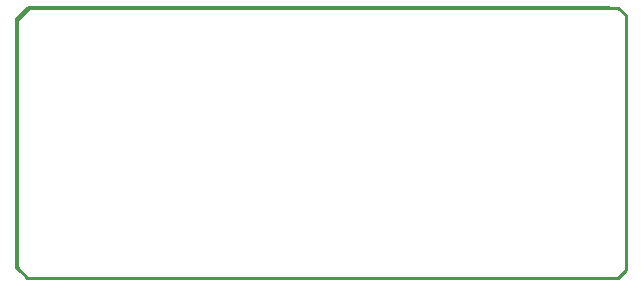
<source format=gko>
G04*
G04 #@! TF.GenerationSoftware,Altium Limited,Altium Designer,24.3.1 (35)*
G04*
G04 Layer_Color=16711935*
%FSLAX44Y44*%
%MOMM*%
G71*
G04*
G04 #@! TF.SameCoordinates,268BF101-0F90-4EF0-BC03-07382AAEC2E5*
G04*
G04*
G04 #@! TF.FilePolarity,Positive*
G04*
G01*
G75*
%ADD13C,0.1270*%
%ADD16C,0.2540*%
D13*
X534670Y904875D02*
G03*
X534221Y904689I0J-635D01*
G01*
X534670Y904875D02*
G03*
X534221Y904689I0J-635D01*
G01*
X524061Y894529D02*
G03*
X523875Y894080I449J-449D01*
G01*
X524061Y894529D02*
G03*
X523875Y894080I449J-449D01*
G01*
X532951Y675191D02*
G03*
X533400Y675005I449J449D01*
G01*
X523875Y684530D02*
G03*
X524061Y684081I635J0D01*
G01*
X523875Y684530D02*
G03*
X524061Y684081I635J0D01*
G01*
X532951Y675191D02*
G03*
X533400Y675005I449J449D01*
G01*
X534670Y904875D02*
X1026795D01*
X524061Y894529D02*
X534221Y904689D01*
X523875Y684530D02*
Y894080D01*
X533137Y675005D02*
X1033780D01*
X524061Y684081D02*
X533137Y675005D01*
D16*
X1033780Y675640D02*
X1040130Y681990D01*
X1033780Y904240D02*
X1040130Y897890D01*
X534670Y904240D02*
X1033780D01*
X910908Y675640D02*
X1033780D01*
X524510Y684530D02*
X533400Y675640D01*
X665163D01*
X910908D01*
X1040130Y681990D02*
Y897890D01*
X524510Y894080D02*
X534670Y904240D01*
X524510Y684530D02*
Y894080D01*
M02*

</source>
